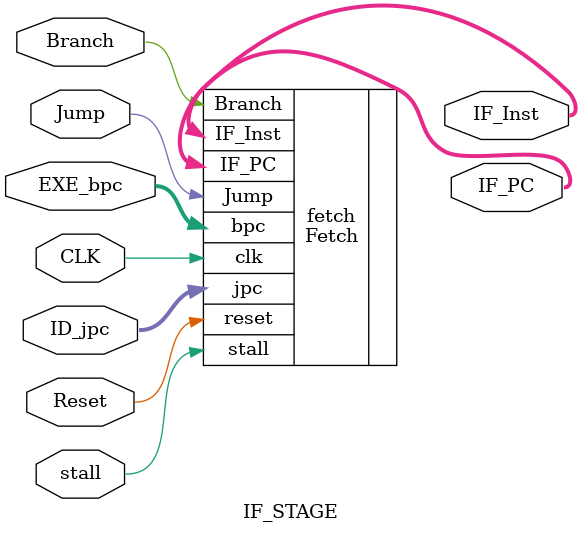
<source format=v>
`timescale 1ns / 1ps
module IF_STAGE(
	CLK, 
	Reset, 
	Jump, 
	Branch, 
	ID_jpc,
	EXE_bpc,
	IF_Inst, 
	IF_PC,
	stall
);
input CLK, Reset;
input stall;
input Jump, Branch;
input [31:0] ID_jpc, EXE_bpc;

output [31:0] IF_Inst, IF_PC;

Fetch fetch (
	.clk(CLK), 
	.reset(Reset), 
	.Branch(Branch), 
	.Jump(Jump), 
	.jpc(ID_jpc), 
	.bpc(EXE_bpc), 
	.IF_Inst(IF_Inst), 
	.IF_PC(IF_PC), 
	.stall(stall)
);


endmodule

</source>
